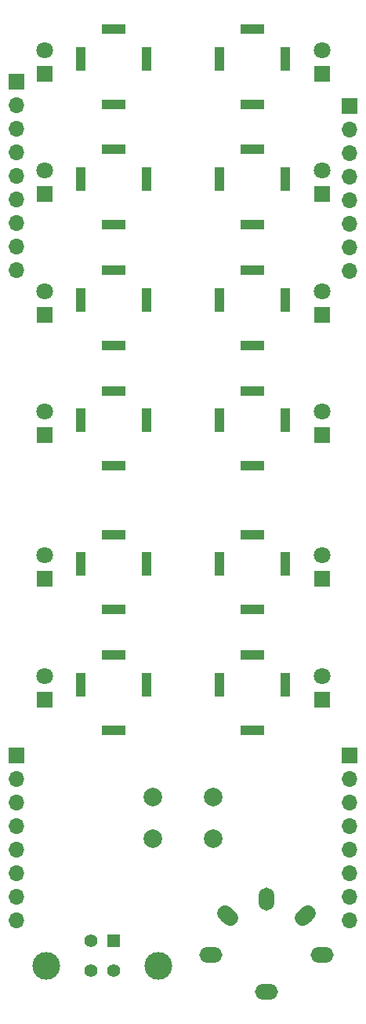
<source format=gbr>
G04 #@! TF.GenerationSoftware,KiCad,Pcbnew,(5.1.4)-1*
G04 #@! TF.CreationDate,2019-11-26T14:36:53+00:00*
G04 #@! TF.ProjectId,MidiMonger_controls,4d696469-4d6f-46e6-9765-725f636f6e74,rev?*
G04 #@! TF.SameCoordinates,Original*
G04 #@! TF.FileFunction,Soldermask,Top*
G04 #@! TF.FilePolarity,Negative*
%FSLAX46Y46*%
G04 Gerber Fmt 4.6, Leading zero omitted, Abs format (unit mm)*
G04 Created by KiCad (PCBNEW (5.1.4)-1) date 2019-11-26 14:36:53*
%MOMM*%
%LPD*%
G04 APERTURE LIST*
%ADD10C,1.700000*%
%ADD11C,1.700000*%
%ADD12O,2.500000X1.700000*%
%ADD13O,1.700000X2.500000*%
%ADD14R,1.800000X1.800000*%
%ADD15C,1.800000*%
%ADD16C,3.000000*%
%ADD17C,1.400000*%
%ADD18R,1.400000X1.400000*%
%ADD19R,1.000000X2.500000*%
%ADD20R,2.500000X1.000000*%
%ADD21C,2.000000*%
%ADD22R,1.700000X1.700000*%
%ADD23O,1.700000X1.700000*%
G04 APERTURE END LIST*
D10*
X129200000Y-137300000D03*
D11*
X128917157Y-137582843D02*
X129482843Y-137017157D01*
D12*
X131000000Y-141500000D03*
D13*
X125000000Y-135500000D03*
D12*
X119000000Y-141500000D03*
D10*
X120800000Y-137300000D03*
D11*
X120517157Y-137017157D02*
X121082843Y-137582843D01*
D12*
X125000000Y-145500000D03*
D14*
X101000000Y-101000000D03*
D15*
X101000000Y-98460000D03*
D16*
X113270000Y-142700000D03*
D17*
X108500000Y-143200000D03*
X106000000Y-143200000D03*
D18*
X108500000Y-140000000D03*
D16*
X101230000Y-142700000D03*
D17*
X106000000Y-140000000D03*
D19*
X127050000Y-70900000D03*
D20*
X123500000Y-67700000D03*
D19*
X119950000Y-70900000D03*
D20*
X123500000Y-75800000D03*
D19*
X127050000Y-83900000D03*
D20*
X123500000Y-80700000D03*
D19*
X119950000Y-83900000D03*
D20*
X123500000Y-88800000D03*
D19*
X127050000Y-44900000D03*
D20*
X123500000Y-41700000D03*
D19*
X119950000Y-44900000D03*
D20*
X123500000Y-49800000D03*
D19*
X127050000Y-57900000D03*
D20*
X123500000Y-54700000D03*
D19*
X119950000Y-57900000D03*
D20*
X123500000Y-62800000D03*
D19*
X112050000Y-99400000D03*
D20*
X108500000Y-96200000D03*
D19*
X104950000Y-99400000D03*
D20*
X108500000Y-104300000D03*
D19*
X127050000Y-99400000D03*
D20*
X123500000Y-96200000D03*
D19*
X119950000Y-99400000D03*
D20*
X123500000Y-104300000D03*
D19*
X112050000Y-112400000D03*
D20*
X108500000Y-109200000D03*
D19*
X104950000Y-112400000D03*
D20*
X108500000Y-117300000D03*
D19*
X127050000Y-112400000D03*
D20*
X123500000Y-109200000D03*
D19*
X119950000Y-112400000D03*
D20*
X123500000Y-117300000D03*
D19*
X112050000Y-44900000D03*
D20*
X108500000Y-41700000D03*
D19*
X104950000Y-44900000D03*
D20*
X108500000Y-49800000D03*
D19*
X112050000Y-57900000D03*
D20*
X108500000Y-54700000D03*
D19*
X104950000Y-57900000D03*
D20*
X108500000Y-62800000D03*
D19*
X112050000Y-70900000D03*
D20*
X108500000Y-67700000D03*
D19*
X104950000Y-70900000D03*
D20*
X108500000Y-75800000D03*
D19*
X112050000Y-83900000D03*
D20*
X108500000Y-80700000D03*
D19*
X104950000Y-83900000D03*
D20*
X108500000Y-88800000D03*
D14*
X101000000Y-114000000D03*
D15*
X101000000Y-111460000D03*
D14*
X131000000Y-46500000D03*
D15*
X131000000Y-43960000D03*
D14*
X131000000Y-59500000D03*
D15*
X131000000Y-56960000D03*
D14*
X131000000Y-72500000D03*
D15*
X131000000Y-69960000D03*
D14*
X131000000Y-85500000D03*
D15*
X131000000Y-82960000D03*
D14*
X101000000Y-46500000D03*
D15*
X101000000Y-43960000D03*
D14*
X101000000Y-59500000D03*
D15*
X101000000Y-56960000D03*
D14*
X101000000Y-72500000D03*
D15*
X101000000Y-69960000D03*
D14*
X101000000Y-85500000D03*
D15*
X101000000Y-82960000D03*
D14*
X131000000Y-101000000D03*
D15*
X131000000Y-98460000D03*
D14*
X131000000Y-114000000D03*
D15*
X131000000Y-111460000D03*
D21*
X112750000Y-129000000D03*
X112750000Y-124500000D03*
X119250000Y-129000000D03*
X119250000Y-124500000D03*
D22*
X134000000Y-50000000D03*
D23*
X134000000Y-52540000D03*
X134000000Y-55080000D03*
X134000000Y-57620000D03*
X134000000Y-60160000D03*
X134000000Y-62700000D03*
X134000000Y-65240000D03*
X134000000Y-67780000D03*
D22*
X98000000Y-120000000D03*
D23*
X98000000Y-122540000D03*
X98000000Y-125080000D03*
X98000000Y-127620000D03*
X98000000Y-130160000D03*
X98000000Y-132700000D03*
X98000000Y-135240000D03*
X98000000Y-137780000D03*
D22*
X134000000Y-120000000D03*
D23*
X134000000Y-122540000D03*
X134000000Y-125080000D03*
X134000000Y-127620000D03*
X134000000Y-130160000D03*
X134000000Y-132700000D03*
X134000000Y-135240000D03*
X134000000Y-137780000D03*
X98000000Y-67720000D03*
X98000000Y-65180000D03*
X98000000Y-62640000D03*
X98000000Y-60100000D03*
X98000000Y-57560000D03*
X98000000Y-55020000D03*
X98000000Y-52480000D03*
X98000000Y-49940000D03*
D22*
X98000000Y-47400000D03*
M02*

</source>
